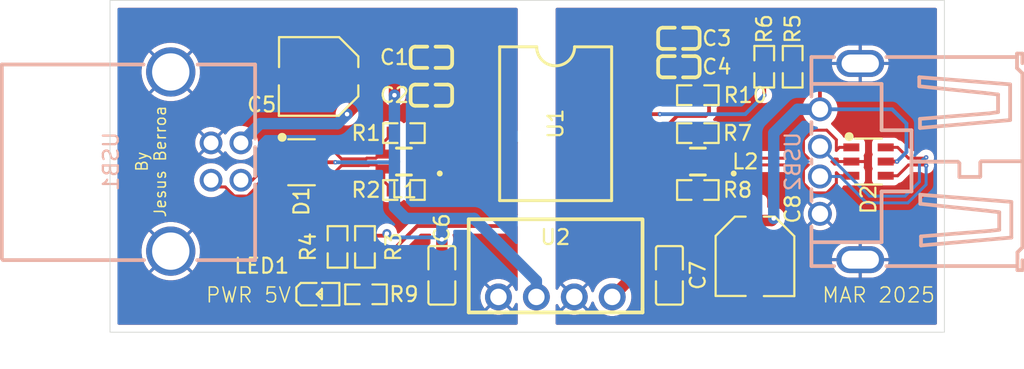
<source format=kicad_pcb>
(kicad_pcb (version 20241229) (generator "pcbnew") (generator_version "9.0")
  (title_block (title "Adaptador USB") (date "2025-03-14") (rev "C. Pichardo") (company "Instituto Tecnológico de las Américas") (comment 1 "by Jesús Berroa") (comment 2 "2022-0757") (comment 3 "Energías Renovables") (comment 4 "Electiva II: Diseño Mecatrónico"))
  (layers (0 "F.Cu" signal) (2 "B.Cu" signal) (13 "F.Paste" user) (15 "B.Paste" user) (5 "F.SilkS" user "F.Silkscreen") (7 "B.SilkS" user "B.Silkscreen") (1 "F.Mask" user) (3 "B.Mask" user) (25 "Edge.Cuts" user))
  (net 0 "")
  (net 1 "GND")
  (net 2 "/D1+")
  (net 3 "/D1-")
  (net 4 "+5V")
  (net 5 "/D0+")
  (net 6 "/D0-")
  (net 7 "/D5+")
  (net 8 "Net-(U1-SPU)")
  (net 9 "Net-(U1-SPD)")
  (net 10 "VCC")
  (net 11 "Earth")
  (net 12 "/D4-")
  (net 13 "/D5-")
  (net 14 "/D4+")
  (net 15 "/D2+")
  (net 16 "/D2-")
  (net 17 "Net-(LED1-A)")
  (net 18 "Net-(U1-VDD2)")
  (net 19 "Net-(U1-PIN)")
  (net 20 "/D3-")
  (net 21 "/D3+")
  (footprint "EasyEDA:CAP-SMD_BD5.0-L5.3-W5.3-LS6.3-FD" (layer "F.Cu") (at 100.33 138.43 -90)
    (property "Reference" "C8" (at -3.175 -2.54 90) (layer "F.SilkS"))
    (property "Value" "47uF 16v")
    (pad "1" smd rect (at -2.4 0 270) (size 2.7 0.91) (layers "F.Cu" "F.Mask" "F.Paste") (net 10 "VCC"))
    (pad "2" smd rect (at 2.4 0 270) (size 2.7 0.91) (layers "F.Cu" "F.Mask" "F.Paste") (net 11 "Earth"))
  )
  (footprint "EasyEDA:PWRM-TH_B0505S-1W" (layer "F.Cu") (at 86.975 141.145)
    (property "Reference" "U2" (at 0 -4 0) (layer "F.SilkS"))
    (property "Value" "B0505S-1W_C7465127")
    (pad "1" thru_hole circle (at -3.81 0) (size 1.8 1.8) (drill 1.100023) (layers "*.Cu" "*.Mask") (net 1 "GND"))
    (pad "2" thru_hole circle (at -1.27 0) (size 1.8 1.8) (drill 1.100023) (layers "*.Cu" "*.Mask") (net 4 "+5V"))
    (pad "3" thru_hole circle (at 1.27 0) (size 1.8 1.8) (drill 1.100023) (layers "*.Cu" "*.Mask") (net 11 "Earth"))
    (pad "4" thru_hole circle (at 3.81 0) (size 1.8 1.8) (drill 1.100023) (layers "*.Cu" "*.Mask") (net 10 "VCC"))
  )
  (footprint "EasyEDA:CAP-SMD_BD5.0-L5.3-W5.3-LS6.3-FD" (layer "F.Cu") (at 71.12 126.365 180)
    (property "Reference" "C5" (at 3.81 -1.905 0) (layer "F.SilkS"))
    (property "Value" "47uF 16v")
    (pad "1" smd rect (at -2.4 0 180) (size 2.7 0.91) (layers "F.Cu" "F.Mask" "F.Paste") (net 4 "+5V"))
    (pad "2" smd rect (at 2.4 0 180) (size 2.7 0.91) (layers "F.Cu" "F.Mask" "F.Paste") (net 1 "GND"))
  )
  (footprint "EasyEDA:R0603" (layer "F.Cu") (at 76.835 130.175)
    (property "Reference" "R1" (at -2.54 0 0) (layer "F.SilkS"))
    (property "Value" "0R")
    (pad "1" smd rect (at -0.75 0) (size 0.81 0.86) (layers "F.Cu" "F.Mask" "F.Paste") (net 3 "/D1-"))
    (pad "2" smd rect (at 0.75 0) (size 0.81 0.86) (layers "F.Cu" "F.Mask" "F.Paste") (net 16 "/D2-"))
  )
  (footprint "EasyEDA:R0603" (layer "F.Cu") (at 96.52 130.175)
    (property "Reference" "R7" (at 2.655 0 0) (layer "F.SilkS"))
    (property "Value" "1K")
    (pad "1" smd rect (at -0.75 0) (size 0.81 0.86) (layers "F.Cu" "F.Mask" "F.Paste") (net 20 "/D3-"))
    (pad "2" smd rect (at 0.75 0) (size 0.81 0.86) (layers "F.Cu" "F.Mask" "F.Paste") (net 12 "/D4-"))
  )
  (footprint "EasyEDA:WSOIC-16_L10.3-W7.5-P1.27-LS10.3-BL" (layer "F.Cu") (at 86.995 129.545 -90)
    (property "Reference" "U1" (at 0 0 90) (layer "F.SilkS"))
    (property "Value" "ADUM3160BRWZ")
    (pad "1" smd rect (at -4.45 5 270) (size 0.65 2.2) (layers "F.Cu" "F.Mask" "F.Paste") (net 4 "+5V"))
    (pad "2" smd rect (at -3.18 5 270) (size 0.65 2.2) (layers "F.Cu" "F.Mask" "F.Paste") (net 1 "GND"))
    (pad "3" smd rect (at -1.91 5 270) (size 0.65 2.2) (layers "F.Cu" "F.Mask" "F.Paste") (net 4 "+5V"))
    (pad "4" smd rect (at -0.63 5 270) (size 0.65 2.2) (layers "F.Cu" "F.Mask" "F.Paste") (net 4 "+5V"))
    (pad "5" smd rect (at 0.63 5 270) (size 0.65 2.2) (layers "F.Cu" "F.Mask" "F.Paste") (net 8 "Net-(U1-SPU)"))
    (pad "6" smd rect (at 1.9 5 270) (size 0.65 2.2) (layers "F.Cu" "F.Mask" "F.Paste") (net 16 "/D2-"))
    (pad "7" smd rect (at 3.17 5 270) (size 0.65 2.2) (layers "F.Cu" "F.Mask" "F.Paste") (net 15 "/D2+"))
    (pad "8" smd rect (at 4.44 5 270) (size 0.65 2.2) (layers "F.Cu" "F.Mask" "F.Paste") (net 1 "GND"))
    (pad "9" smd rect (at 4.44 -5 270) (size 0.65 2.2) (layers "F.Cu" "F.Mask" "F.Paste") (net 11 "Earth"))
    (pad "10" smd rect (at 3.17 -5 270) (size 0.65 2.2) (layers "F.Cu" "F.Mask" "F.Paste") (net 21 "/D3+"))
    (pad "11" smd rect (at 1.9 -5 270) (size 0.65 2.2) (layers "F.Cu" "F.Mask" "F.Paste") (net 20 "/D3-"))
    (pad "12" smd rect (at 0.63 -5 270) (size 0.65 2.2) (layers "F.Cu" "F.Mask" "F.Paste") (net 19 "Net-(U1-PIN)"))
    (pad "13" smd rect (at -0.63 -5 270) (size 0.65 2.2) (layers "F.Cu" "F.Mask" "F.Paste") (net 9 "Net-(U1-SPD)"))
    (pad "14" smd rect (at -1.91 -5 270) (size 0.65 2.2) (layers "F.Cu" "F.Mask" "F.Paste") (net 18 "Net-(U1-VDD2)"))
    (pad "15" smd rect (at -3.18 -5 270) (size 0.65 2.2) (layers "F.Cu" "F.Mask" "F.Paste") (net 11 "Earth"))
    (pad "16" smd rect (at -4.45 -5 270) (size 0.65 2.2) (layers "F.Cu" "F.Mask" "F.Paste") (net 10 "VCC"))
  )
  (footprint "Snapeda:WE-CNSW_1206_WE-CNSW_1206" (layer "F.Cu") (at 96.52 132.08 180)
    (property "Reference" "L2" (at -3.175 0 0) (layer "F.SilkS"))
    (property "Value" "WE-CNSW_1206")
    (pad "1" smd rect (at -1.35 -0.5 180) (size 1.1 0.6) (layers "F.Cu" "F.Mask" "F.Paste") (net 14 "/D4+"))
    (pad "2" smd rect (at 1.35 -0.5 180) (size 1.1 0.6) (layers "F.Cu" "F.Mask" "F.Paste") (net 21 "/D3+"))
    (pad "3" smd rect (at 1.35 0.5 180) (size 1.1 0.6) (layers "F.Cu" "F.Mask" "F.Paste") (net 20 "/D3-"))
    (pad "4" smd rect (at -1.35 0.5 180) (size 1.1 0.6) (layers "F.Cu" "F.Mask" "F.Paste") (net 12 "/D4-"))
  )
  (footprint "EasyEDA:R0603" (layer "F.Cu") (at 102.87 125.73 90)
    (property "Reference" "R5" (at 2.54 0 90) (layer "F.SilkS"))
    (property "Value" "0R")
    (pad "1" smd rect (at -0.75 0 90) (size 0.81 0.86) (layers "F.Cu" "F.Mask" "F.Paste") (net 9 "Net-(U1-SPD)"))
    (pad "2" smd rect (at 0.75 0 90) (size 0.81 0.86) (layers "F.Cu" "F.Mask" "F.Paste") (net 10 "VCC"))
  )
  (footprint "EasyEDA:C0603" (layer "F.Cu") (at 78.675 127.635 180)
    (property "Reference" "C2" (at 2.475 0 0) (layer "F.SilkS"))
    (property "Value" "0.1uF")
    (pad "1" smd rect (at -0.7 0 180) (size 0.8 0.9) (layers "F.Cu" "F.Mask" "F.Paste") (net 4 "+5V"))
    (pad "2" smd rect (at 0.7 0 180) (size 0.8 0.9) (layers "F.Cu" "F.Mask" "F.Paste") (net 1 "GND"))
  )
  (footprint "EasyEDA:R0603" (layer "F.Cu") (at 96.52 127.635 180)
    (property "Reference" "R10" (at -3.175 0 0) (layer "F.SilkS"))
    (property "Value" "1K")
    (pad "1" smd rect (at -0.75 0 180) (size 0.81 0.86) (layers "F.Cu" "F.Mask" "F.Paste") (net 19 "Net-(U1-PIN)"))
    (pad "2" smd rect (at 0.75 0 180) (size 0.81 0.86) (layers "F.Cu" "F.Mask" "F.Paste") (net 18 "Net-(U1-VDD2)"))
  )
  (footprint "EasyEDA:R0603" (layer "F.Cu") (at 100.965 125.73 -90)
    (property "Reference" "R6" (at -2.54 0 90) (layer "F.SilkS"))
    (property "Value" "0R")
    (pad "1" smd rect (at -0.75 0 270) (size 0.81 0.86) (layers "F.Cu" "F.Mask" "F.Paste") (net 11 "Earth"))
    (pad "2" smd rect (at 0.75 0 270) (size 0.81 0.86) (layers "F.Cu" "F.Mask" "F.Paste") (net 9 "Net-(U1-SPD)"))
  )
  (footprint "EasyEDA:C0603" (layer "F.Cu") (at 78.675 125.095 180)
    (property "Reference" "C1" (at 2.475 0 0) (layer "F.SilkS"))
    (property "Value" "0.1uF")
    (pad "1" smd rect (at -0.7 0 180) (size 0.8 0.9) (layers "F.Cu" "F.Mask" "F.Paste") (net 4 "+5V"))
    (pad "2" smd rect (at 0.7 0 180) (size 0.8 0.9) (layers "F.Cu" "F.Mask" "F.Paste") (net 1 "GND"))
  )
  (footprint "EasyEDA:R0603" (layer "F.Cu") (at 72.39 137.795 -90)
    (property "Reference" "R4" (at 0 1.975 90) (layer "F.SilkS"))
    (property "Value" "0R")
    (pad "1" smd rect (at -0.75 0 270) (size 0.81 0.86) (layers "F.Cu" "F.Mask" "F.Paste") (net 1 "GND"))
    (pad "2" smd rect (at 0.75 0 270) (size 0.81 0.86) (layers "F.Cu" "F.Mask" "F.Paste") (net 8 "Net-(U1-SPU)"))
  )
  (footprint "EasyEDA:SOT-23-6_L2.9-W1.6-P0.95-LS2.8-BL" (layer "F.Cu") (at 69.977 132.127 -90)
    (property "Reference" "D1" (at 2.62 0 90) (layer "F.SilkS"))
    (property "Value" "USBLC6-2SC6")
    (pad "1" smd rect (at -0.95 1.15 270) (size 0.53 1.07) (layers "F.Cu" "F.Mask" "F.Paste") (net 6 "/D0-"))
    (pad "2" smd rect (at 0 1.15 270) (size 0.53 1.07) (layers "F.Cu" "F.Mask" "F.Paste") (net 1 "GND"))
    (pad "3" smd rect (at 0.95 1.15 270) (size 0.53 1.07) (layers "F.Cu" "F.Mask" "F.Paste") (net 5 "/D0+"))
    (pad "4" smd rect (at 0.95 -1.15 270) (size 0.53 1.07) (layers "F.Cu" "F.Mask" "F.Paste") (net 2 "/D1+"))
    (pad "5" smd rect (at 0 -1.15 270) (size 0.53 1.07) (layers "F.Cu" "F.Mask" "F.Paste") (net 4 "+5V"))
    (pad "6" smd rect (at -0.95 -1.15 270) (size 0.53 1.07) (layers "F.Cu" "F.Mask" "F.Paste") (net 3 "/D1-"))
  )
  (footprint "Snapeda:WE-CNSW_1206_WE-CNSW_1206" (layer "F.Cu") (at 76.835 132.08 180)
    (property "Reference" "L1" (at 0 -1.935 0) (layer "F.SilkS"))
    (property "Value" "WE-CNSW_1206")
    (pad "1" smd rect (at -1.35 -0.5 180) (size 1.1 0.6) (layers "F.Cu" "F.Mask" "F.Paste") (net 15 "/D2+"))
    (pad "2" smd rect (at 1.35 -0.5 180) (size 1.1 0.6) (layers "F.Cu" "F.Mask" "F.Paste") (net 2 "/D1+"))
    (pad "3" smd rect (at 1.35 0.5 180) (size 1.1 0.6) (layers "F.Cu" "F.Mask" "F.Paste") (net 3 "/D1-"))
    (pad "4" smd rect (at -1.35 0.5 180) (size 1.1 0.6) (layers "F.Cu" "F.Mask" "F.Paste") (net 16 "/D2-"))
  )
  (footprint "EasyEDA:C0805" (layer "F.Cu") (at 79.375 139.7 90)
    (property "Reference" "C6" (at 3.175 0 90) (layer "F.SilkS"))
    (property "Value" "10uF 16v")
    (pad "1" smd rect (at -1 0 90) (size 1.41 1.35) (layers "F.Cu" "F.Mask" "F.Paste") (net 1 "GND"))
    (pad "2" smd rect (at 1 0 90) (size 1.41 1.35) (layers "F.Cu" "F.Mask" "F.Paste") (net 4 "+5V"))
  )
  (footprint "EasyEDA:LED0603-RD_RED" (layer "F.Cu") (at 71.12 140.97)
    (property "Reference" "LED1" (at -3.81 -1.905 0) (layer "F.SilkS"))
    (property "Value" "XL-1608SURC-06")
    (pad "1" smd rect (at -0.8 0 90) (size 0.8 0.8) (layers "F.Cu" "F.Mask" "F.Paste") (net 1 "GND"))
    (pad "2" smd rect (at 0.8 0 90) (size 0.8 0.8) (layers "F.Cu" "F.Mask" "F.Paste") (net 17 "Net-(LED1-A)"))
  )
  (footprint "EasyEDA:R0603" (layer "F.Cu") (at 96.52 133.985)
    (property "Reference" "R8" (at 2.655 0 0) (layer "F.SilkS"))
    (property "Value" "1K")
    (pad "1" smd rect (at -0.75 0) (size 0.81 0.86) (layers "F.Cu" "F.Mask" "F.Paste") (net 21 "/D3+"))
    (pad "2" smd rect (at 0.75 0) (size 0.81 0.86) (layers "F.Cu" "F.Mask" "F.Paste") (net 14 "/D4+"))
  )
  (footprint "EasyEDA:C0603" (layer "F.Cu") (at 95.25 125.73)
    (property "Reference" "C4" (at 2.54 0 0) (layer "F.SilkS"))
    (property "Value" "0.1uF")
    (pad "1" smd rect (at -0.7 0) (size 0.8 0.9) (layers "F.Cu" "F.Mask" "F.Paste") (net 10 "VCC"))
    (pad "2" smd rect (at 0.7 0) (size 0.8 0.9) (layers "F.Cu" "F.Mask" "F.Paste") (net 11 "Earth"))
  )
  (footprint "EasyEDA:R0603" (layer "F.Cu") (at 76.835 133.985)
    (property "Reference" "R2" (at -2.54 0 0) (layer "F.SilkS"))
    (property "Value" "0R")
    (pad "1" smd rect (at -0.75 0) (size 0.81 0.86) (layers "F.Cu" "F.Mask" "F.Paste") (net 2 "/D1+"))
    (pad "2" smd rect (at 0.75 0) (size 0.81 0.86) (layers "F.Cu" "F.Mask" "F.Paste") (net 15 "/D2+"))
  )
  (footprint "EasyEDA:C0603" (layer "F.Cu") (at 95.25 123.825)
    (property "Reference" "C3" (at 2.54 0 0) (layer "F.SilkS"))
    (property "Value" "0.1uF")
    (pad "1" smd rect (at -0.7 0) (size 0.8 0.9) (layers "F.Cu" "F.Mask" "F.Paste") (net 10 "VCC"))
    (pad "2" smd rect (at 0.7 0) (size 0.8 0.9) (layers "F.Cu" "F.Mask" "F.Paste") (net 11 "Earth"))
  )
  (footprint "EasyEDA:R0603" (layer "F.Cu") (at 74.225 137.795 90)
    (property "Reference" "R3" (at 0 1.905 90) (layer "F.SilkS"))
    (property "Value" "0R")
    (pad "1" smd rect (at -0.75 0 90) (size 0.81 0.86) (layers "F.Cu" "F.Mask" "F.Paste") (net 8 "Net-(U1-SPU)"))
    (pad "2" smd rect (at 0.75 0 90) (size 0.81 0.86) (layers "F.Cu" "F.Mask" "F.Paste") (net 4 "+5V"))
  )
  (footprint "EasyEDA:R0603" (layer "F.Cu") (at 74.295 140.97 180)
    (property "Reference" "R9" (at -2.54 0 0) (layer "F.SilkS"))
    (property "Value" "1K")
    (pad "1" smd rect (at -0.75 0 180) (size 0.81 0.86) (layers "F.Cu" "F.Mask" "F.Paste") (net 4 "+5V"))
    (pad "2" smd rect (at 0.75 0 180) (size 0.81 0.86) (layers "F.Cu" "F.Mask" "F.Paste") (net 17 "Net-(LED1-A)"))
  )
  (footprint "EasyEDA:C0805" (layer "F.Cu") (at 94.615 139.7 -90)
    (property "Reference" "C7" (at 0 -1.905 90) (layer "F.SilkS"))
    (property "Value" "10uF 16v")
    (pad "1" smd rect (at -1 0 270) (size 1.41 1.35) (layers "F.Cu" "F.Mask" "F.Paste") (net 10 "VCC"))
    (pad "2" smd rect (at 1 0 270) (size 1.41 1.35) (layers "F.Cu" "F.Mask" "F.Paste") (net 11 "Earth"))
  )
  (footprint "EasyEDA:SOT-23-6_L2.9-W1.6-P0.95-LS2.8-BL" (layer "F.Cu") (at 107.95 132.08 -90)
    (property "Reference" "D2" (at 2.54 0 90) (layer "F.SilkS"))
    (property "Value" "USBLC6-2SC6")
    (pad "1" smd rect (at -0.95 1.15 270) (size 0.53 1.07) (layers "F.Cu" "F.Mask" "F.Paste") (net 12 "/D4-"))
    (pad "2" smd rect (at 0 1.15 270) (size 0.53 1.07) (layers "F.Cu" "F.Mask" "F.Paste") (net 11 "Earth"))
    (pad "3" smd rect (at 0.95 1.15 270) (size 0.53 1.07) (layers "F.Cu" "F.Mask" "F.Paste") (net 14 "/D4+"))
    (pad "4" smd rect (at 0.95 -1.15 270) (size 0.53 1.07) (layers "F.Cu" "F.Mask" "F.Paste") (net 7 "/D5+"))
    (pad "5" smd rect (at 0 -1.15 270) (size 0.53 1.07) (layers "F.Cu" "F.Mask" "F.Paste") (net 10 "VCC"))
    (pad "6" smd rect (at -0.95 -1.15 270) (size 0.53 1.07) (layers "F.Cu" "F.Mask" "F.Paste") (net 13 "/D5-"))
  )
  (footprint "EasyEDA:USB-A-TH_USB-302-T" (layer "B.Cu") (at 106.045 132.08 -90)
    (property "Reference" "USB2" (at 0 3.175 90) (layer "B.SilkS") (effects (justify mirror)))
    (property "Value" "U-USBAR04P-F001")
    (pad "1" thru_hole circle (at -3.5 1.35 270) (size 1.6 1.6) (drill 1.100023) (layers "*.Cu" "*.Mask") (net 10 "VCC"))
    (pad "2" thru_hole circle (at -1 1.35 270) (size 1.6 1.6) (drill 1.100023) (layers "*.Cu" "*.Mask") (net 13 "/D5-"))
    (pad "3" thru_hole circle (at 1 1.35 270) (size 1.6 1.6) (drill 1.100023) (layers "*.Cu" "*.Mask") (net 7 "/D5+"))
    (pad "4" thru_hole circle (at 3.5 1.35 270) (size 1.6 1.6) (drill 1.100023) (layers "*.Cu" "*.Mask") (net 11 "Earth"))
    (pad "5" thru_hole oval (at -6.57 -1.35 180) (size 3.2 1.8) (drill oval 2.499868 1.199896) (layers "*.Cu" "*.Mask") (net 11 "Earth"))
    (pad "6" thru_hole oval (at 6.57 -1.35) (size 3.2 1.8) (drill oval 2.499868 1.199896) (layers "*.Cu" "*.Mask") (net 11 "Earth"))
  )
  (footprint "EasyEDA:USB-B-TH_USB-B01" (layer "B.Cu") (at 63.5675 132.08 -90)
    (property "Reference" "USB1" (at 0 6.35 90) (layer "B.SilkS") (effects (justify mirror)))
    (property "Value" "USB-B01")
    (pad "1" thru_hole circle (at -1.25 -2.35 270) (size 1.52 1.52) (drill 0.999998) (layers "*.Cu" "*.Mask") (net 4 "+5V"))
    (pad "2" thru_hole circle (at 1.25 -2.35 270) (size 1.52 1.52) (drill 0.999998) (layers "*.Cu" "*.Mask") (net 6 "/D0-"))
    (pad "3" thru_hole circle (at 1.25 -0.35 270) (size 1.52 1.52) (drill 0.999998) (layers "*.Cu" "*.Mask") (net 5 "/D0+"))
    (pad "4" thru_hole circle (at -1.25 -0.35 270) (size 1.52 1.52) (drill 0.999998) (layers "*.Cu" "*.Mask") (net 1 "GND"))
    (pad "5" thru_hole circle (at -6 2.35 270) (size 3.3 3.3) (drill 2.50002) (layers "*.Cu" "*.Mask") (net 1 "GND"))
    (pad "6" thru_hole circle (at 6 2.35 270) (size 3.3 3.3) (drill 2.50002) (layers "*.Cu" "*.Mask") (net 1 "GND"))
  )
  (gr_rect (start 57.15 121.285) (end 113.03 143.51) (stroke (width 0.05)) (fill no) (layer "Edge.Cuts"))
  (gr_text "MAR 2025" (at 104.775 141.605 0) (layer "F.SilkS") (effects (font (size 1 1) (thickness 0.1)) (justify left bottom)))
  (gr_text "By\nJesus Berroa" (at 60.96 132.08 90) (layer "F.SilkS") (effects (font (size 0.762 0.762) (thickness 0.1)) (justify bottom)))
  (gr_text "PWR 5V" (at 63.5 141.605 0) (layer "F.SilkS") (effects (font (size 1 1) (thickness 0.1)) (justify left bottom)))
  (segment (start 76.085 133.985) (end 75.485 133.385) (width 0.2) (layer "F.Cu") (net 2))
  (segment (start 74.96 132.305) (end 75.235 132.58) (width 0.2) (layer "F.Cu") (net 2))
  (segment (start 74.467206 132.352) (end 74.514206 132.305) (width 0.2) (layer "F.Cu") (net 2))
  (segment (start 71.929501 133.077) (end 72.654501 132.352) (width 0.2) (layer "F.Cu") (net 2))
  (segment (start 71.127 133.077) (end 71.929501 133.077) (width 0.2) (layer "F.Cu") (net 2))
  (segment (start 75.485 133.385) (end 75.485 132.58) (width 0.2) (layer "F.Cu") (net 2))
  (segment (start 75.235 132.58) (end 75.485 132.58) (width 0.2) (layer "F.Cu") (net 2))
  (segment (start 74.514206 132.305) (end 74.96 132.305) (width 0.2) (layer "F.Cu") (net 2))
  (segment (start 72.654501 132.352) (end 74.467206 132.352) (width 0.2) (layer "F.Cu") (net 2))
  (segment (start 72.654501 131.902) (end 74.295 131.902) (width 0.2) (layer "F.Cu") (net 3))
  (segment (start 75.485 131.58) (end 75.485 130.775) (width 0.2) (layer "F.Cu") (net 3))
  (segment (start 71.127 131.177) (end 71.929501 131.177) (width 0.2) (layer "F.Cu") (net 3))
  (segment (start 74.96 131.855) (end 75.235 131.58) (width 0.2) (layer "F.Cu") (net 3))
  (segment (start 75.485 130.775) (end 76.085 130.175) (width 0.2) (layer "F.Cu") (net 3))
  (segment (start 71.929501 131.177) (end 72.654501 131.902) (width 0.2) (layer "F.Cu") (net 3))
  (segment (start 75.235 131.58) (end 75.485 131.58) (width 0.2) (layer "F.Cu") (net 3))
  (segment (start 74.342 131.855) (end 74.96 131.855) (width 0.2) (layer "F.Cu") (net 3))
  (segment (start 74.295 131.902) (end 74.342 131.855) (width 0.2) (layer "F.Cu") (net 3))
  (segment (start 79.375 127.635) (end 79.375 125.095) (width 0.254) (layer "F.Cu") (net 4))
  (segment (start 71.127 132.127) (end 72.243104 132.127) (width 0.254) (layer "F.Cu") (net 4))
  (segment (start 76.2 127) (end 75.565 126.365) (width 0.762) (layer "F.Cu") (net 4))
  (segment (start 73.52 124.6) (end 74.295 123.825) (width 0.254) (layer "F.Cu") (net 4))
  (segment (start 79.375 124.46) (end 79.375 125.095) (width 0.254) (layer "F.Cu") (net 4))
  (segment (start 74.225 137.045) (end 75.553 137.045) (width 0.254) (layer "F.Cu") (net 4))
  (segment (start 75.045 140.97) (end 76.073 140.97) (width 0.254) (layer "F.Cu") (net 4))
  (segment (start 79.375 128.27) (end 80.02 128.915) (width 0.254) (layer "F.Cu") (net 4))
  (segment (start 80.02 128.915) (end 81.995 128.915) (width 0.254) (layer "F.Cu") (net 4))
  (segment (start 78.74 123.825) (end 79.375 124.46) (width 0.254) (layer "F.Cu") (net 4))
  (segment (start 73.52 126.365) (end 73.52 124.6) (width 0.254) (layer "F.Cu") (net 4))
  (segment (start 75.565 126.365) (end 73.52 126.365) (width 0.762) (layer "F.Cu") (net 4))
  (segment (start 76.2 127.635) (end 76.2 127) (width 0.762) (layer "F.Cu") (net 4))
  (segment (start 79.375 138.7) (end 79.375 137.287) (width 0.762) (layer "F.Cu") (net 4))
  (segment (start 79.375 127.635) (end 81.995 127.635) (width 0.254) (layer "F.Cu") (net 4))
  (segment (start 76.073 140.97) (end 78.343 138.7) (width 0.254) (layer "F.Cu") (net 4))
  (segment (start 79.375 127.635) (end 79.375 128.27) (width 0.254) (layer "F.Cu") (net 4))
  (segment (start 78.343 138.7) (end 79.375 138.7) (width 0.254) (layer "F.Cu") (net 4))
  (segment (start 74.295 123.825) (end 78.74 123.825) (width 0.254) (layer "F.Cu") (net 4))
  (segment (start 75.553 137.045) (end 75.692 136.906) (width 0.254) (layer "F.Cu") (net 4))
  (segment (start 79.375 125.095) (end 81.995 125.095) (width 0.254) (layer "F.Cu") (net 4))
  (segment (start 73.52 128.41) (end 73.025 128.905) (width 0.762) (layer "F.Cu") (net 4))
  (segment (start 73.52 126.365) (end 73.52 128.41) (width 0.762) (layer "F.Cu") (net 4))
  (via (at 76.2 127.635) (size 0.6) (drill 0.3) (layers "F.Cu" "B.Cu") (net 4))
  (via micro (at 72.243104 132.127) (size 0.3) (drill 0.1) (layers "F.Cu" "B.Cu") (net 4))
  (via (at 75.692 136.906) (size 0.6) (drill 0.3) (layers "F.Cu" "B.Cu") (net 4))
  (via (at 79.375 137.287) (size 0.6) (drill 0.3) (layers "F.Cu" "B.Cu") (net 4))
  (via (at 73.025 128.905) (size 0.6) (drill 0.3) (layers "F.Cu" "B.Cu") (net 4))
  (segment (start 79.375 135.89) (end 76.962 135.89) (width 0.762) (layer "B.Cu") (net 4))
  (segment (start 73.025 128.905) (end 72.39 129.54) (width 0.762) (layer "B.Cu") (net 4))
  (segment (start 79.375 137.287) (end 79.248 137.16) (width 0.254) (layer "B.Cu") (net 4))
  (segment (start 81.534 135.89) (end 79.375 135.89) (width 0.762) (layer "B.Cu") (net 4))
  (segment (start 67.2075 129.54) (end 65.9175 130.83) (width 0.762) (layer "B.Cu") (net 4))
  (segment (start 75.946 137.16) (end 75.692 136.906) (width 0.254) (layer "B.Cu") (net 4))
  (segment (start 72.243104 132.127) (end 76.153 132.127) (width 0.254) (layer "B.Cu") (net 4))
  (segment (start 79.375 137.287) (end 79.375 135.89) (width 0.762) (layer "B.Cu") (net 4))
  (segment (start 79.248 137.16) (end 75.946 137.16) (width 0.254) (layer "B.Cu") (net 4))
  (segment (start 72.39 129.54) (end 67.2075 129.54) (width 0.762) (layer "B.Cu") (net 4))
  (segment (start 85.705 140.061) (end 81.534 135.89) (width 0.762) (layer "B.Cu") (net 4))
  (segment (start 76.962 135.89) (end 76.2 135.128) (width 0.762) (layer "B.Cu") (net 4))
  (segment (start 76.2 128.905) (end 76.2 127.635) (width 0.762) (layer "B.Cu") (net 4))
  (segment (start 76.2 135.128) (end 76.2 132.08) (width 0.762) (layer "B.Cu") (net 4))
  (segment (start 76.153 132.127) (end 76.2 132.08) (width 0.254) (layer "B.Cu") (net 4))
  (segment (start 85.705 141.145) (end 85.705 140.061) (width 0.762) (layer "B.Cu") (net 4))
  (segment (start 76.2 132.08) (end 76.2 128.905) (width 0.762) (layer "B.Cu") (net 4))
  (segment (start 64.3675 133.78) (end 63.9175 133.33) (width 0.2) (layer "F.Cu") (net 5))
  (segment (start 65.478019 134.391) (end 64.867019 133.78) (width 0.2) (layer "F.Cu") (net 5))
  (segment (start 66.9785 133.661897) (end 66.9785 133.769481) (width 0.2) (layer "F.Cu") (net 5))
  (segment (start 66.9785 133.769481) (end 66.356981 134.391) (width 0.2) (layer "F.Cu") (net 5))
  (segment (start 64.867019 133.78) (end 64.3675 133.78) (width 0.2) (layer "F.Cu") (net 5))
  (segment (start 66.356981 134.391) (end 65.478019 134.391) (width 0.2) (layer "F.Cu") (net 5))
  (segment (start 68.827 133.077) (end 67.563397 133.077) (width 0.2) (layer "F.Cu") (net 5))
  (segment (start 67.563397 133.077) (end 66.9785 133.661897) (width 0.2) (layer "F.Cu") (net 5))
  (segment (start 68.443 131.561) (end 67.991 131.561) (width 0.2) (layer "F.Cu") (net 6))
  (segment (start 67.991 131.561) (end 67.991 132.013) (width 0.2) (layer "F.Cu") (net 6))
  (segment (start 68.827 131.177) (end 68.443 131.561) (width 0.2) (layer "F.Cu") (net 6))
  (segment (start 66.674 133.33) (end 65.9175 133.33) (width 0.2) (layer "F.Cu") (net 6))
  (segment (start 67.991 132.013) (end 66.674 133.33) (width 0.2) (layer "F.Cu") (net 6))
  (segment (start 111.758371 132.305001) (end 111.80837 132.355) (width 0.2) (layer "F.Cu") (net 7))
  (segment (start 109.902501 133.03) (end 110.627501 132.305) (width 0.2) (layer "F.Cu") (net 7))
  (segment (start 111.125 132.305) (end 111.125001 132.305001) (width 0.2) (layer "F.Cu") (net 7))
  (segment (start 110.627501 132.305) (end 111.125 132.305) (width 0.2) (layer "F.Cu") (net 7))
  (segment (start 109.1 133.03) (end 109.902501 133.03) (width 0.2) (layer "F.Cu") (net 7))
  (segment (start 111.125001 132.305001) (end 111.758371 132.305001) (width 0.2) (layer "F.Cu") (net 7))
  (via micro (at 111.80837 132.355) (size 0.3) (drill 0.1) (layers "F.Cu" "B.Cu") (net 7))
  (segment (start 111.80837 133.619828) (end 110.583198 134.845) (width 0.2) (layer "B.Cu") (net 7))
  (segment (start 107.823603 134.845) (end 106.058603 133.08) (width 0.2) (layer "B.Cu") (net 7))
  (segment (start 111.80837 132.355) (end 111.80837 133.619828) (width 0.2) (layer "B.Cu") (net 7))
  (segment (start 106.058603 133.08) (end 104.695 133.08) (width 0.2) (layer "B.Cu") (net 7))
  (segment (start 110.583198 134.845) (end 107.823603 134.845) (width 0.2) (layer "B.Cu") (net 7))
  (segment (start 72.39 138.545) (end 74.225 138.545) (width 0.254) (layer "F.Cu") (net 8))
  (segment (start 77.724 136.398) (end 83.566 136.398) (width 0.254) (layer "F.Cu") (net 8))
  (segment (start 83.566 136.398) (end 84.328 135.636) (width 0.254) (layer "F.Cu") (net 8))
  (segment (start 74.225 138.545) (end 75.577 138.545) (width 0.254) (layer "F.Cu") (net 8))
  (segment (start 83.693 130.175) (end 81.995 130.175) (width 0.254) (layer "F.Cu") (net 8))
  (segment (start 75.577 138.545) (end 77.724 136.398) (width 0.254) (layer "F.Cu") (net 8))
  (segment (start 84.328 135.636) (end 84.328 130.81) (width 0.254) (layer "F.Cu") (net 8))
  (segment (start 84.328 130.81) (end 83.693 130.175) (width 0.254) (layer "F.Cu") (net 8))
  (segment (start 102.87 126.48) (end 100.965 126.48) (width 0.254) (layer "F.Cu") (net 9))
  (segment (start 91.995 128.915) (end 92.005 128.905) (width 0.254) (layer "F.Cu") (net 9))
  (segment (start 100.965 127.635) (end 100.965 126.48) (width 0.254) (layer "F.Cu") (net 9))
  (segment (start 92.005 128.905) (end 93.98 128.905) (width 0.254) (layer "F.Cu") (net 9))
  (via micro (at 100.965 127.635) (size 0.3) (drill 0.1) (layers "F.Cu" "B.Cu") (net 9))
  (via micro (at 93.98 128.905) (size 0.3) (drill 0.1) (layers "F.Cu" "B.Cu") (net 9))
  (segment (start 99.695 128.905) (end 100.965 127.635) (width 0.254) (layer "B.Cu") (net 9))
  (segment (start 93.98 128.905) (end 99.695 128.905) (width 0.254) (layer "B.Cu") (net 9))
  (segment (start 93.23 138.7) (end 94.615 138.7) (width 0.762) (layer "F.Cu") (net 10))
  (segment (start 95.25 122.555) (end 102.235 122.555) (width 0.254) (layer "F.Cu") (net 10))
  (segment (start 94.55 125.73) (end 94.55 123.825) (width 0.254) (layer "F.Cu") (net 10))
  (segment (start 102.87 123.19) (end 102.87 124.98) (width 0.254) (layer "F.Cu") (net 10))
  (segment (start 102.235 122.555) (end 102.87 123.19) (width 0.254) (layer "F.Cu") (net 10))
  (segment (start 94.615 138.7) (end 95.615 138.7) (width 0.762) (layer "F.Cu") (net 10))
  (segment (start 104.695 128.58) (end 104.695 125.65) (width 0.254) (layer "F.Cu") (net 10))
  (segment (start 95.615 138.7) (end 98.285 136.03) (width 0.762) (layer "F.Cu") (net 10))
  (segment (start 93.98 125.73) (end 93.345 125.095) (width 0.254) (layer "F.Cu") (net 10))
  (segment (start 93.345 125.095) (end 91.995 125.095) (width 0.254) (layer "F.Cu") (net 10))
  (segment (start 98.285 136.03) (end 100.33 136.03) (width 0.762) (layer "F.Cu") (net 10))
  (segment (start 104.025 124.98) (end 102.87 124.98) (width 0.254) (layer "F.Cu") (net 10))
  (segment (start 100.33 136.03) (end 101.46 136.03) (width 0.762) (layer "F.Cu") (net 10))
  (segment (start 109.1 132.08) (end 109.855 132.08) (width 0.254) (layer "F.Cu") (net 10))
  (segment (start 94.55 123.825) (end 94.55 123.255) (width 0.254) (layer "F.Cu") (net 10))
  (segment (start 101.46 136.03) (end 101.6 135.89) (width 0.762) (layer "F.Cu") (net 10))
  (segment (start 104.695 125.65) (end 104.025 124.98) (width 0.254) (layer "F.Cu") (net 10))
  (segment (start 94.55 125.73) (end 93.98 125.73) (width 0.254) (layer "F.Cu") (net 10))
  (segment (start 90.785 141.145) (end 93.23 138.7) (width 0.762) (layer "F.Cu") (net 10))
  (segment (start 94.55 123.255) (end 95.25 122.555) (width 0.254) (layer "F.Cu") (net 10))
  (via micro (at 109.855 132.08) (size 0.3) (drill 0.1) (layers "F.Cu" "B.Cu") (net 10))
  (via (at 101.6 135.89) (size 0.6) (drill 0.3) (layers "F.Cu" "B.Cu") (net 10))
  (segment (start 110.49 129.54) (end 109.53 128.58) (width 0.254) (layer "B.Cu") (net 10))
  (segment (start 109.855 132.08) (end 110.49 131.445) (width 0.254) (layer "B.Cu") (net 10))
  (segment (start 103.195 128.58) (end 104.695 128.58) (width 0.762) (layer "B.Cu") (net 10))
  (segment (start 109.53 128.58) (end 104.695 128.58) (width 0.254) (layer "B.Cu") (net 10))
  (segment (start 101.6 135.89) (end 101.6 130.175) (width 0.762) (layer "B.Cu") (net 10))
  (segment (start 110.49 131.445) (end 110.49 129.54) (width 0.254) (layer "B.Cu") (net 10))
  (segment (start 101.6 130.175) (end 103.195 128.58) (width 0.762) (layer "B.Cu") (net 10))
  (segment (start 105.997499 131.13) (end 105.796 131.331499) (width 0.2) (layer "F.Cu") (net 12))
  (segment (start 98.970001 131.855) (end 98.695001 131.58) (width 0.2) (layer "F.Cu") (net 12))
  (segment (start 103.594 130.62395) (end 103.594 131.53605) (width 0.2) (layer "F.Cu") (net 12))
  (segment (start 104.23895 129.979) (end 103.594 130.62395) (width 0.2) (layer "F.Cu") (net 12))
  (segment (start 97.87 130.775) (end 97.27 130.175) (width 0.254) (layer "F.Cu") (net 12))
  (segment (start 106.8 131.13) (end 105.997499 131.13) (width 0.2) (layer "F.Cu") (net 12))
  (segment (start 97.87 131.58) (end 97.87 130.775) (width 0.254) (layer "F.Cu") (net 12))
  (segment (start 105.796 131.331499) (end 105.796 130.62395) (width 0.2) (layer "F.Cu") (net 12))
  (segment (start 105.15105 129.979) (end 104.23895 129.979) (width 0.2) (layer "F.Cu") (net 12))
  (segment (start 103.594 131.53605) (end 103.91295 131.855) (width 0.2) (layer "F.Cu") (net 12))
  (segment (start 105.796 130.62395) (end 105.15105 129.979) (width 0.2) (layer "F.Cu") (net 12))
  (segment (start 103.91295 131.855) (end 98.970001 131.855) (width 0.2) (layer "F.Cu") (net 12))
  (segment (start 98.695001 131.58) (end 97.87 131.58) (width 0.2) (layer "F.Cu") (net 12))
  (segment (start 111.125 131.855) (end 111.125001 131.854999) (width 0.2) (layer "F.Cu") (net 13))
  (segment (start 111.125001 131.854999) (end 111.758371 131.854999) (width 0.2) (layer "F.Cu") (net 13))
  (segment (start 109.1 131.13) (end 109.902501 131.13) (width 0.2) (layer "F.Cu") (net 13))
  (segment (start 110.627501 131.855) (end 111.125 131.855) (width 0.2) (layer "F.Cu") (net 13))
  (segment (start 111.758371 131.854999) (end 111.80837 131.805) (width 0.2) (layer "F.Cu") (net 13))
  (segment (start 109.902501 131.13) (end 110.627501 131.855) (width 0.2) (layer "F.Cu") (net 13))
  (via micro (at 111.80837 131.805) (size 0.3) (drill 0.1) (layers "F.Cu" "B.Cu") (net 13))
  (segment (start 111.80837 131.805) (end 111.70937 131.904) (width 0.2) (layer "B.Cu") (net 13))
  (segment (start 111.35837 132.167189) (end 111.35837 133.433432) (width 0.2) (layer "B.Cu") (net 13))
  (segment (start 111.70937 131.904) (end 111.621559 131.904) (width 0.2) (layer "B.Cu") (net 13))
  (segment (start 108.01 134.395) (end 104.695 131.08) (width 0.2) (layer "B.Cu") (net 13))
  (segment (start 110.396802 134.395) (end 108.01 134.395) (width 0.2) (layer "B.Cu") (net 13))
  (segment (start 111.35837 133.433432) (end 110.396802 134.395) (width 0.2) (layer "B.Cu") (net 13))
  (segment (start 111.621559 131.904) (end 111.35837 132.167189) (width 0.2) (layer "B.Cu") (net 13))
  (segment (start 103.594 133.53605) (end 103.594 132.62395) (width 0.2) (layer "F.Cu") (net 14))
  (segment (start 105.997499 133.03) (end 105.796 132.828501) (width 0.2) (layer "F.Cu") (net 14))
  (segment (start 105.796 133.53605) (end 105.15105 134.181) (width 0.2) (layer "F.Cu") (net 14))
  (segment (start 97.87 132.58) (end 97.87 133.385) (width 0.254) (layer "F.Cu") (net 14))
  (segment (start 103.594 132.62395) (end 103.91295 132.305) (width 0.2) (layer "F.Cu") (net 14))
  (segment (start 105.15105 134.181) (end 104.23895 134.181) (width 0.2) (layer "F.Cu") (net 14))
  (segment (start 106.8 133.03) (end 105.997499 133.03) (width 0.2) (layer "F.Cu") (net 14))
  (segment (start 105.796 132.828501) (end 105.796 133.53605) (width 0.2) (layer "F.Cu") (net 14))
  (segment (start 97.87 133.385) (end 97.27 133.985) (width 0.254) (layer "F.Cu") (net 14))
  (segment (start 103.91295 132.305) (end 98.970001 132.305) (width 0.2) (layer "F.Cu") (net 14))
  (segment (start 98.970001 132.305) (end 98.695001 132.58) (width 0.2) (layer "F.Cu") (net 14))
  (segment (start 104.23895 134.181) (end 103.594 133.53605) (width 0.2) (layer "F.Cu") (net 14))
  (segment (start 98.695001 132.58) (end 97.87 132.58) (width 0.2) (layer "F.Cu") (net 14))
  (segment (start 79.285001 132.305) (end 79.934999 132.305) (width 0.2) (layer "F.Cu") (net 15))
  (segment (start 80.344999 132.715) (end 81.995 132.715) (width 0.2) (layer "F.Cu") (net 15))
  (segment (start 79.010001 132.58) (end 79.285001 132.305) (width 0.2) (layer "F.Cu") (net 15))
  (segment (start 78.185 133.385) (end 78.185 132.58) (width 0.2) (layer "F.Cu") (net 15))
  (segment (start 77.585 133.985) (end 78.185 133.385) (width 0.2) (layer "F.Cu") (net 15))
  (segment (start 78.185 132.58) (end 79.010001 132.58) (width 0.2) (layer "F.Cu") (net 15))
  (segment (start 79.934999 132.305) (end 80.344999 132.715) (width 0.2) (layer "F.Cu") (net 15))
  (segment (start 78.185 131.58) (end 78.185 130.775) (width 0.2) (layer "F.Cu") (net 16))
  (segment (start 79.285001 131.855) (end 79.934999 131.855) (width 0.2) (layer "F.Cu") (net 16))
  (segment (start 79.010001 131.58) (end 79.285001 131.855) (width 0.2) (layer "F.Cu") (net 16))
  (segment (start 78.185 131.58) (end 79.010001 131.58) (width 0.2) (layer "F.Cu") (net 16))
  (segment (start 80.344999 131.445) (end 81.995 131.445) (width 0.2) (layer "F.Cu") (net 16))
  (segment (start 78.185 130.775) (end 77.585 130.175) (width 0.2) (layer "F.Cu") (net 16))
  (segment (start 79.934999 131.855) (end 80.344999 131.445) (width 0.2) (layer "F.Cu") (net 16))
  (segment (start 71.92 140.97) (end 73.545 140.97) (width 0.254) (layer "F.Cu") (net 17))
  (segment (start 91.995 127.635) (end 95.77 127.635) (width 0.254) (layer "F.Cu") (net 18))
  (segment (start 93.98 130.175) (end 91.995 130.175) (width 0.254) (layer "F.Cu") (net 19))
  (segment (start 97.032 129.028) (end 95.127 129.028) (width 0.254) (layer "F.Cu") (net 19))
  (segment (start 97.27 128.79) (end 97.032 129.028) (width 0.254) (layer "F.Cu") (net 19))
  (segment (start 97.27 128.27) (end 97.27 128.79) (width 0.254) (layer "F.Cu") (net 19))
  (segment (start 95.127 129.028) (end 93.98 130.175) (width 0.254) (layer "F.Cu") (net 19))
  (segment (start 94.344999 131.58) (end 95.17 131.58) (width 0.2) (layer "F.Cu") (net 20))
  (segment (start 95.17 130.775) (end 95.77 130.175) (width 0.254) (layer "F.Cu") (net 20))
  (segment (start 95.17 131.58) (end 95.17 130.775) (width 0.254) (layer "F.Cu") (net 20))
  (segment (start 94.055001 131.855) (end 94.069999 131.855) (width 0.2) (layer "F.Cu") (net 20))
  (segment (start 93.645001 131.445) (end 94.055001 131.855) (width 0.2) (layer "F.Cu") (net 20))
  (segment (start 91.995 131.445) (end 93.645001 131.445) (width 0.2) (layer "F.Cu") (net 20))
  (segment (start 94.069999 131.855) (end 94.344999 131.58) (width 0.2) (layer "F.Cu") (net 20))
  (segment (start 93.645001 132.715) (end 94.055001 132.305) (width 0.2) (layer "F.Cu") (net 21))
  (segment (start 94.055001 132.305) (end 94.069999 132.305) (width 0.2) (layer "F.Cu") (net 21))
  (segment (start 94.344999 132.58) (end 95.17 132.58) (width 0.2) (layer "F.Cu") (net 21))
  (segment (start 91.995 132.715) (end 93.645001 132.715) (width 0.2) (layer "F.Cu") (net 21))
  (segment (start 95.17 133.385) (end 95.77 133.985) (width 0.254) (layer "F.Cu") (net 21))
  (segment (start 94.069999 132.305) (end 94.344999 132.58) (width 0.2) (layer "F.Cu") (net 21))
  (segment (start 95.17 132.58) (end 95.17 133.385) (width 0.254) (layer "F.Cu") (net 21))
  (zone (net 11) (net_name "Earth") (layers "F.Cu" "B.Cu") (priority 1) (connect_pads (clearance 0.381)) (min_thickness 0.1778) (fill yes (thermal_gap 0.3048) (thermal_bridge_width 0.2032))
    (polygon (pts (xy 113.03 121.285) (xy 113.03 143.51) (xy 86.995 143.51) (xy 86.995 121.285)))
  )
  (zone (net 1) (net_name "GND") (layers "F.Cu" "B.Cu") (connect_pads (clearance 0.381)) (min_thickness 0.1778) (fill yes (thermal_gap 0.3048) (thermal_bridge_width 0.2032))
    (polygon (pts (xy 57.15 121.285) (xy 84.455 121.285) (xy 84.455 143.51) (xy 57.15 143.51)))
  )
)
</source>
